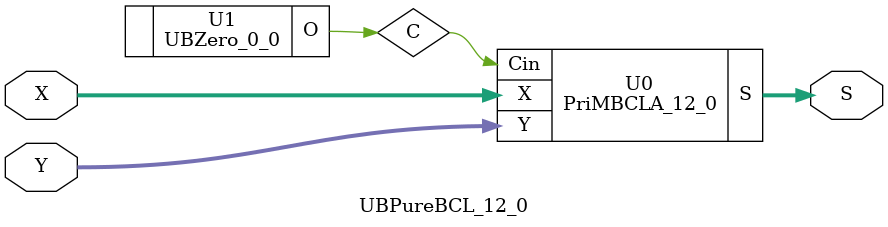
<source format=v>
/*----------------------------------------------------------------------------
  Copyright (c) 2021 Homma laboratory. All rights reserved.

  Top module: UBBCL_12_0_12_0

  Operand-1 length: 13
  Operand-2 length: 13
  Two-operand addition algorithm: Block carry look-ahead adder
----------------------------------------------------------------------------*/

module GPGenerator(Go, Po, A, B);
  output Go;
  output Po;
  input A;
  input B;
  assign Go = A & B;
  assign Po = A ^ B;
endmodule

module BCLAU_4(Go, Po, G, P, Cin);
  output Go;
  output Po;
  input Cin;
  input [3:0] G;
  input [3:0] P;
  assign Po = P[0] & P[1] & P[2] & P[3];
  assign Go = G[3] | ( P[3] & G[2] ) | ( P[3] & P[2] & G[1] ) | ( P[3] & P[2] & P[1] & G[0] );
endmodule

module BCLAlU_4(Go, Po, S, X, Y, Cin);
  output Go;
  output Po;
  output [3:0] S;
  input Cin;
  input [3:0] X;
  input [3:0] Y;
  wire [3:1] C;
  wire [3:0] G;
  wire [3:0] P;
  assign C[1] = G[0] | ( P[0] & Cin );
  assign C[2] = G[1] | ( P[1] & C[1] );
  assign C[3] = G[2] | ( P[2] & C[2] );
  assign S[0] = P[0] ^ Cin;
  assign S[1] = P[1] ^ C[1];
  assign S[2] = P[2] ^ C[2];
  assign S[3] = P[3] ^ C[3];
  GPGenerator U0 (G[0], P[0], X[0], Y[0]);
  GPGenerator U1 (G[1], P[1], X[1], Y[1]);
  GPGenerator U2 (G[2], P[2], X[2], Y[2]);
  GPGenerator U3 (G[3], P[3], X[3], Y[3]);
  BCLAU_4 U4 (Go, Po, G, P, Cin);
endmodule

module BCLAlU_1(Go, Po, S, X, Y, Cin);
  output Go;
  output Po;
  output S;
  input Cin;
  input X;
  input Y;
  wire W;
  assign S = W ^ Cin;
  assign Po = W;
  GPGenerator U0 (Go, W, X, Y);
endmodule

module PriMBCLA_12_0(S, X, Y, Cin);
  output [13:0] S;
  input Cin;
  input [12:0] X;
  input [12:0] Y;
  wire [3:0] C1;
  wire [3:0] G1;
  wire [3:0] P1;
  assign C1[0] = Cin;
  assign C1[1] = G1[0] | ( P1[0] & C1[0] );
  assign C1[2] = G1[1] | ( P1[1] & C1[1] );
  assign C1[3] = G1[2] | ( P1[2] & C1[2] );
  assign S[13] = G1[3] | ( P1[3] & C1[3] );
  BCLAlU_4 U0 (G1[0], P1[0], S[3:0], X[3:0], Y[3:0], C1[0]);
  BCLAlU_4 U1 (G1[1], P1[1], S[7:4], X[7:4], Y[7:4], C1[1]);
  BCLAlU_4 U2 (G1[2], P1[2], S[11:8], X[11:8], Y[11:8], C1[2]);
  BCLAlU_1 U3 (G1[3], P1[3], S[12], X[12], Y[12], C1[3]);
endmodule

module UBZero_0_0(O);
  output [0:0] O;
  assign O[0] = 0;
endmodule

module UBBCL_12_0_12_0 (S, X, Y);
  output [13:0] S;
  input [12:0] X;
  input [12:0] Y;
  UBPureBCL_12_0 U0 (S[13:0], X[12:0], Y[12:0]);
endmodule

module UBPureBCL_12_0 (S, X, Y);
  output [13:0] S;
  input [12:0] X;
  input [12:0] Y;
  wire C;
  PriMBCLA_12_0 U0 (S, X, Y, C);
  UBZero_0_0 U1 (C);
endmodule


</source>
